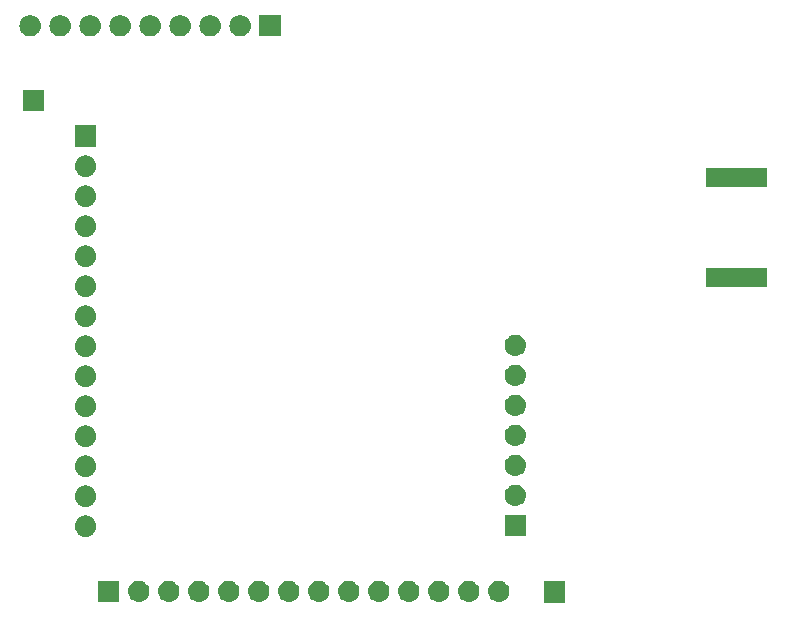
<source format=gbr>
G04 #@! TF.GenerationSoftware,KiCad,Pcbnew,(5.0.2)-1*
G04 #@! TF.CreationDate,2019-03-14T13:57:25-04:00*
G04 #@! TF.ProjectId,PCB10,50434231-302e-46b6-9963-61645f706362,rev?*
G04 #@! TF.SameCoordinates,Original*
G04 #@! TF.FileFunction,Soldermask,Bot*
G04 #@! TF.FilePolarity,Negative*
%FSLAX46Y46*%
G04 Gerber Fmt 4.6, Leading zero omitted, Abs format (unit mm)*
G04 Created by KiCad (PCBNEW (5.0.2)-1) date 3/14/2019 1:57:25 PM*
%MOMM*%
%LPD*%
G01*
G04 APERTURE LIST*
%ADD10C,0.100000*%
G04 APERTURE END LIST*
D10*
G36*
X179653500Y-130060000D02*
X177851500Y-130060000D01*
X177851500Y-128258000D01*
X179653500Y-128258000D01*
X179653500Y-130060000D01*
X179653500Y-130060000D01*
G37*
G36*
X166543942Y-128201018D02*
X166610127Y-128207537D01*
X166723353Y-128241884D01*
X166779967Y-128259057D01*
X166918587Y-128333152D01*
X166936491Y-128342722D01*
X166972229Y-128372052D01*
X167073686Y-128455314D01*
X167156948Y-128556771D01*
X167186278Y-128592509D01*
X167186279Y-128592511D01*
X167269943Y-128749033D01*
X167269943Y-128749034D01*
X167321463Y-128918873D01*
X167338859Y-129095500D01*
X167321463Y-129272127D01*
X167287116Y-129385353D01*
X167269943Y-129441967D01*
X167195848Y-129580587D01*
X167186278Y-129598491D01*
X167156948Y-129634229D01*
X167073686Y-129735686D01*
X166972229Y-129818948D01*
X166936491Y-129848278D01*
X166936489Y-129848279D01*
X166779967Y-129931943D01*
X166723353Y-129949116D01*
X166610127Y-129983463D01*
X166543943Y-129989981D01*
X166477760Y-129996500D01*
X166389240Y-129996500D01*
X166323057Y-129989981D01*
X166256873Y-129983463D01*
X166143647Y-129949116D01*
X166087033Y-129931943D01*
X165930511Y-129848279D01*
X165930509Y-129848278D01*
X165894771Y-129818948D01*
X165793314Y-129735686D01*
X165710052Y-129634229D01*
X165680722Y-129598491D01*
X165671152Y-129580587D01*
X165597057Y-129441967D01*
X165579884Y-129385353D01*
X165545537Y-129272127D01*
X165528141Y-129095500D01*
X165545537Y-128918873D01*
X165597057Y-128749034D01*
X165597057Y-128749033D01*
X165680721Y-128592511D01*
X165680722Y-128592509D01*
X165710052Y-128556771D01*
X165793314Y-128455314D01*
X165894771Y-128372052D01*
X165930509Y-128342722D01*
X165948413Y-128333152D01*
X166087033Y-128259057D01*
X166143647Y-128241884D01*
X166256873Y-128207537D01*
X166323058Y-128201018D01*
X166389240Y-128194500D01*
X166477760Y-128194500D01*
X166543942Y-128201018D01*
X166543942Y-128201018D01*
G37*
G36*
X171623942Y-128201018D02*
X171690127Y-128207537D01*
X171803353Y-128241884D01*
X171859967Y-128259057D01*
X171998587Y-128333152D01*
X172016491Y-128342722D01*
X172052229Y-128372052D01*
X172153686Y-128455314D01*
X172236948Y-128556771D01*
X172266278Y-128592509D01*
X172266279Y-128592511D01*
X172349943Y-128749033D01*
X172349943Y-128749034D01*
X172401463Y-128918873D01*
X172418859Y-129095500D01*
X172401463Y-129272127D01*
X172367116Y-129385353D01*
X172349943Y-129441967D01*
X172275848Y-129580587D01*
X172266278Y-129598491D01*
X172236948Y-129634229D01*
X172153686Y-129735686D01*
X172052229Y-129818948D01*
X172016491Y-129848278D01*
X172016489Y-129848279D01*
X171859967Y-129931943D01*
X171803353Y-129949116D01*
X171690127Y-129983463D01*
X171623943Y-129989981D01*
X171557760Y-129996500D01*
X171469240Y-129996500D01*
X171403057Y-129989981D01*
X171336873Y-129983463D01*
X171223647Y-129949116D01*
X171167033Y-129931943D01*
X171010511Y-129848279D01*
X171010509Y-129848278D01*
X170974771Y-129818948D01*
X170873314Y-129735686D01*
X170790052Y-129634229D01*
X170760722Y-129598491D01*
X170751152Y-129580587D01*
X170677057Y-129441967D01*
X170659884Y-129385353D01*
X170625537Y-129272127D01*
X170608141Y-129095500D01*
X170625537Y-128918873D01*
X170677057Y-128749034D01*
X170677057Y-128749033D01*
X170760721Y-128592511D01*
X170760722Y-128592509D01*
X170790052Y-128556771D01*
X170873314Y-128455314D01*
X170974771Y-128372052D01*
X171010509Y-128342722D01*
X171028413Y-128333152D01*
X171167033Y-128259057D01*
X171223647Y-128241884D01*
X171336873Y-128207537D01*
X171403058Y-128201018D01*
X171469240Y-128194500D01*
X171557760Y-128194500D01*
X171623942Y-128201018D01*
X171623942Y-128201018D01*
G37*
G36*
X169083942Y-128201018D02*
X169150127Y-128207537D01*
X169263353Y-128241884D01*
X169319967Y-128259057D01*
X169458587Y-128333152D01*
X169476491Y-128342722D01*
X169512229Y-128372052D01*
X169613686Y-128455314D01*
X169696948Y-128556771D01*
X169726278Y-128592509D01*
X169726279Y-128592511D01*
X169809943Y-128749033D01*
X169809943Y-128749034D01*
X169861463Y-128918873D01*
X169878859Y-129095500D01*
X169861463Y-129272127D01*
X169827116Y-129385353D01*
X169809943Y-129441967D01*
X169735848Y-129580587D01*
X169726278Y-129598491D01*
X169696948Y-129634229D01*
X169613686Y-129735686D01*
X169512229Y-129818948D01*
X169476491Y-129848278D01*
X169476489Y-129848279D01*
X169319967Y-129931943D01*
X169263353Y-129949116D01*
X169150127Y-129983463D01*
X169083943Y-129989981D01*
X169017760Y-129996500D01*
X168929240Y-129996500D01*
X168863057Y-129989981D01*
X168796873Y-129983463D01*
X168683647Y-129949116D01*
X168627033Y-129931943D01*
X168470511Y-129848279D01*
X168470509Y-129848278D01*
X168434771Y-129818948D01*
X168333314Y-129735686D01*
X168250052Y-129634229D01*
X168220722Y-129598491D01*
X168211152Y-129580587D01*
X168137057Y-129441967D01*
X168119884Y-129385353D01*
X168085537Y-129272127D01*
X168068141Y-129095500D01*
X168085537Y-128918873D01*
X168137057Y-128749034D01*
X168137057Y-128749033D01*
X168220721Y-128592511D01*
X168220722Y-128592509D01*
X168250052Y-128556771D01*
X168333314Y-128455314D01*
X168434771Y-128372052D01*
X168470509Y-128342722D01*
X168488413Y-128333152D01*
X168627033Y-128259057D01*
X168683647Y-128241884D01*
X168796873Y-128207537D01*
X168863058Y-128201018D01*
X168929240Y-128194500D01*
X169017760Y-128194500D01*
X169083942Y-128201018D01*
X169083942Y-128201018D01*
G37*
G36*
X164003942Y-128201018D02*
X164070127Y-128207537D01*
X164183353Y-128241884D01*
X164239967Y-128259057D01*
X164378587Y-128333152D01*
X164396491Y-128342722D01*
X164432229Y-128372052D01*
X164533686Y-128455314D01*
X164616948Y-128556771D01*
X164646278Y-128592509D01*
X164646279Y-128592511D01*
X164729943Y-128749033D01*
X164729943Y-128749034D01*
X164781463Y-128918873D01*
X164798859Y-129095500D01*
X164781463Y-129272127D01*
X164747116Y-129385353D01*
X164729943Y-129441967D01*
X164655848Y-129580587D01*
X164646278Y-129598491D01*
X164616948Y-129634229D01*
X164533686Y-129735686D01*
X164432229Y-129818948D01*
X164396491Y-129848278D01*
X164396489Y-129848279D01*
X164239967Y-129931943D01*
X164183353Y-129949116D01*
X164070127Y-129983463D01*
X164003943Y-129989981D01*
X163937760Y-129996500D01*
X163849240Y-129996500D01*
X163783057Y-129989981D01*
X163716873Y-129983463D01*
X163603647Y-129949116D01*
X163547033Y-129931943D01*
X163390511Y-129848279D01*
X163390509Y-129848278D01*
X163354771Y-129818948D01*
X163253314Y-129735686D01*
X163170052Y-129634229D01*
X163140722Y-129598491D01*
X163131152Y-129580587D01*
X163057057Y-129441967D01*
X163039884Y-129385353D01*
X163005537Y-129272127D01*
X162988141Y-129095500D01*
X163005537Y-128918873D01*
X163057057Y-128749034D01*
X163057057Y-128749033D01*
X163140721Y-128592511D01*
X163140722Y-128592509D01*
X163170052Y-128556771D01*
X163253314Y-128455314D01*
X163354771Y-128372052D01*
X163390509Y-128342722D01*
X163408413Y-128333152D01*
X163547033Y-128259057D01*
X163603647Y-128241884D01*
X163716873Y-128207537D01*
X163783058Y-128201018D01*
X163849240Y-128194500D01*
X163937760Y-128194500D01*
X164003942Y-128201018D01*
X164003942Y-128201018D01*
G37*
G36*
X161463942Y-128201018D02*
X161530127Y-128207537D01*
X161643353Y-128241884D01*
X161699967Y-128259057D01*
X161838587Y-128333152D01*
X161856491Y-128342722D01*
X161892229Y-128372052D01*
X161993686Y-128455314D01*
X162076948Y-128556771D01*
X162106278Y-128592509D01*
X162106279Y-128592511D01*
X162189943Y-128749033D01*
X162189943Y-128749034D01*
X162241463Y-128918873D01*
X162258859Y-129095500D01*
X162241463Y-129272127D01*
X162207116Y-129385353D01*
X162189943Y-129441967D01*
X162115848Y-129580587D01*
X162106278Y-129598491D01*
X162076948Y-129634229D01*
X161993686Y-129735686D01*
X161892229Y-129818948D01*
X161856491Y-129848278D01*
X161856489Y-129848279D01*
X161699967Y-129931943D01*
X161643353Y-129949116D01*
X161530127Y-129983463D01*
X161463943Y-129989981D01*
X161397760Y-129996500D01*
X161309240Y-129996500D01*
X161243057Y-129989981D01*
X161176873Y-129983463D01*
X161063647Y-129949116D01*
X161007033Y-129931943D01*
X160850511Y-129848279D01*
X160850509Y-129848278D01*
X160814771Y-129818948D01*
X160713314Y-129735686D01*
X160630052Y-129634229D01*
X160600722Y-129598491D01*
X160591152Y-129580587D01*
X160517057Y-129441967D01*
X160499884Y-129385353D01*
X160465537Y-129272127D01*
X160448141Y-129095500D01*
X160465537Y-128918873D01*
X160517057Y-128749034D01*
X160517057Y-128749033D01*
X160600721Y-128592511D01*
X160600722Y-128592509D01*
X160630052Y-128556771D01*
X160713314Y-128455314D01*
X160814771Y-128372052D01*
X160850509Y-128342722D01*
X160868413Y-128333152D01*
X161007033Y-128259057D01*
X161063647Y-128241884D01*
X161176873Y-128207537D01*
X161243058Y-128201018D01*
X161309240Y-128194500D01*
X161397760Y-128194500D01*
X161463942Y-128201018D01*
X161463942Y-128201018D01*
G37*
G36*
X158923942Y-128201018D02*
X158990127Y-128207537D01*
X159103353Y-128241884D01*
X159159967Y-128259057D01*
X159298587Y-128333152D01*
X159316491Y-128342722D01*
X159352229Y-128372052D01*
X159453686Y-128455314D01*
X159536948Y-128556771D01*
X159566278Y-128592509D01*
X159566279Y-128592511D01*
X159649943Y-128749033D01*
X159649943Y-128749034D01*
X159701463Y-128918873D01*
X159718859Y-129095500D01*
X159701463Y-129272127D01*
X159667116Y-129385353D01*
X159649943Y-129441967D01*
X159575848Y-129580587D01*
X159566278Y-129598491D01*
X159536948Y-129634229D01*
X159453686Y-129735686D01*
X159352229Y-129818948D01*
X159316491Y-129848278D01*
X159316489Y-129848279D01*
X159159967Y-129931943D01*
X159103353Y-129949116D01*
X158990127Y-129983463D01*
X158923943Y-129989981D01*
X158857760Y-129996500D01*
X158769240Y-129996500D01*
X158703057Y-129989981D01*
X158636873Y-129983463D01*
X158523647Y-129949116D01*
X158467033Y-129931943D01*
X158310511Y-129848279D01*
X158310509Y-129848278D01*
X158274771Y-129818948D01*
X158173314Y-129735686D01*
X158090052Y-129634229D01*
X158060722Y-129598491D01*
X158051152Y-129580587D01*
X157977057Y-129441967D01*
X157959884Y-129385353D01*
X157925537Y-129272127D01*
X157908141Y-129095500D01*
X157925537Y-128918873D01*
X157977057Y-128749034D01*
X157977057Y-128749033D01*
X158060721Y-128592511D01*
X158060722Y-128592509D01*
X158090052Y-128556771D01*
X158173314Y-128455314D01*
X158274771Y-128372052D01*
X158310509Y-128342722D01*
X158328413Y-128333152D01*
X158467033Y-128259057D01*
X158523647Y-128241884D01*
X158636873Y-128207537D01*
X158703058Y-128201018D01*
X158769240Y-128194500D01*
X158857760Y-128194500D01*
X158923942Y-128201018D01*
X158923942Y-128201018D01*
G37*
G36*
X156383942Y-128201018D02*
X156450127Y-128207537D01*
X156563353Y-128241884D01*
X156619967Y-128259057D01*
X156758587Y-128333152D01*
X156776491Y-128342722D01*
X156812229Y-128372052D01*
X156913686Y-128455314D01*
X156996948Y-128556771D01*
X157026278Y-128592509D01*
X157026279Y-128592511D01*
X157109943Y-128749033D01*
X157109943Y-128749034D01*
X157161463Y-128918873D01*
X157178859Y-129095500D01*
X157161463Y-129272127D01*
X157127116Y-129385353D01*
X157109943Y-129441967D01*
X157035848Y-129580587D01*
X157026278Y-129598491D01*
X156996948Y-129634229D01*
X156913686Y-129735686D01*
X156812229Y-129818948D01*
X156776491Y-129848278D01*
X156776489Y-129848279D01*
X156619967Y-129931943D01*
X156563353Y-129949116D01*
X156450127Y-129983463D01*
X156383943Y-129989981D01*
X156317760Y-129996500D01*
X156229240Y-129996500D01*
X156163057Y-129989981D01*
X156096873Y-129983463D01*
X155983647Y-129949116D01*
X155927033Y-129931943D01*
X155770511Y-129848279D01*
X155770509Y-129848278D01*
X155734771Y-129818948D01*
X155633314Y-129735686D01*
X155550052Y-129634229D01*
X155520722Y-129598491D01*
X155511152Y-129580587D01*
X155437057Y-129441967D01*
X155419884Y-129385353D01*
X155385537Y-129272127D01*
X155368141Y-129095500D01*
X155385537Y-128918873D01*
X155437057Y-128749034D01*
X155437057Y-128749033D01*
X155520721Y-128592511D01*
X155520722Y-128592509D01*
X155550052Y-128556771D01*
X155633314Y-128455314D01*
X155734771Y-128372052D01*
X155770509Y-128342722D01*
X155788413Y-128333152D01*
X155927033Y-128259057D01*
X155983647Y-128241884D01*
X156096873Y-128207537D01*
X156163058Y-128201018D01*
X156229240Y-128194500D01*
X156317760Y-128194500D01*
X156383942Y-128201018D01*
X156383942Y-128201018D01*
G37*
G36*
X151303942Y-128201018D02*
X151370127Y-128207537D01*
X151483353Y-128241884D01*
X151539967Y-128259057D01*
X151678587Y-128333152D01*
X151696491Y-128342722D01*
X151732229Y-128372052D01*
X151833686Y-128455314D01*
X151916948Y-128556771D01*
X151946278Y-128592509D01*
X151946279Y-128592511D01*
X152029943Y-128749033D01*
X152029943Y-128749034D01*
X152081463Y-128918873D01*
X152098859Y-129095500D01*
X152081463Y-129272127D01*
X152047116Y-129385353D01*
X152029943Y-129441967D01*
X151955848Y-129580587D01*
X151946278Y-129598491D01*
X151916948Y-129634229D01*
X151833686Y-129735686D01*
X151732229Y-129818948D01*
X151696491Y-129848278D01*
X151696489Y-129848279D01*
X151539967Y-129931943D01*
X151483353Y-129949116D01*
X151370127Y-129983463D01*
X151303943Y-129989981D01*
X151237760Y-129996500D01*
X151149240Y-129996500D01*
X151083057Y-129989981D01*
X151016873Y-129983463D01*
X150903647Y-129949116D01*
X150847033Y-129931943D01*
X150690511Y-129848279D01*
X150690509Y-129848278D01*
X150654771Y-129818948D01*
X150553314Y-129735686D01*
X150470052Y-129634229D01*
X150440722Y-129598491D01*
X150431152Y-129580587D01*
X150357057Y-129441967D01*
X150339884Y-129385353D01*
X150305537Y-129272127D01*
X150288141Y-129095500D01*
X150305537Y-128918873D01*
X150357057Y-128749034D01*
X150357057Y-128749033D01*
X150440721Y-128592511D01*
X150440722Y-128592509D01*
X150470052Y-128556771D01*
X150553314Y-128455314D01*
X150654771Y-128372052D01*
X150690509Y-128342722D01*
X150708413Y-128333152D01*
X150847033Y-128259057D01*
X150903647Y-128241884D01*
X151016873Y-128207537D01*
X151083058Y-128201018D01*
X151149240Y-128194500D01*
X151237760Y-128194500D01*
X151303942Y-128201018D01*
X151303942Y-128201018D01*
G37*
G36*
X174163942Y-128201018D02*
X174230127Y-128207537D01*
X174343353Y-128241884D01*
X174399967Y-128259057D01*
X174538587Y-128333152D01*
X174556491Y-128342722D01*
X174592229Y-128372052D01*
X174693686Y-128455314D01*
X174776948Y-128556771D01*
X174806278Y-128592509D01*
X174806279Y-128592511D01*
X174889943Y-128749033D01*
X174889943Y-128749034D01*
X174941463Y-128918873D01*
X174958859Y-129095500D01*
X174941463Y-129272127D01*
X174907116Y-129385353D01*
X174889943Y-129441967D01*
X174815848Y-129580587D01*
X174806278Y-129598491D01*
X174776948Y-129634229D01*
X174693686Y-129735686D01*
X174592229Y-129818948D01*
X174556491Y-129848278D01*
X174556489Y-129848279D01*
X174399967Y-129931943D01*
X174343353Y-129949116D01*
X174230127Y-129983463D01*
X174163943Y-129989981D01*
X174097760Y-129996500D01*
X174009240Y-129996500D01*
X173943057Y-129989981D01*
X173876873Y-129983463D01*
X173763647Y-129949116D01*
X173707033Y-129931943D01*
X173550511Y-129848279D01*
X173550509Y-129848278D01*
X173514771Y-129818948D01*
X173413314Y-129735686D01*
X173330052Y-129634229D01*
X173300722Y-129598491D01*
X173291152Y-129580587D01*
X173217057Y-129441967D01*
X173199884Y-129385353D01*
X173165537Y-129272127D01*
X173148141Y-129095500D01*
X173165537Y-128918873D01*
X173217057Y-128749034D01*
X173217057Y-128749033D01*
X173300721Y-128592511D01*
X173300722Y-128592509D01*
X173330052Y-128556771D01*
X173413314Y-128455314D01*
X173514771Y-128372052D01*
X173550509Y-128342722D01*
X173568413Y-128333152D01*
X173707033Y-128259057D01*
X173763647Y-128241884D01*
X173876873Y-128207537D01*
X173943058Y-128201018D01*
X174009240Y-128194500D01*
X174097760Y-128194500D01*
X174163942Y-128201018D01*
X174163942Y-128201018D01*
G37*
G36*
X141934500Y-129996500D02*
X140132500Y-129996500D01*
X140132500Y-128194500D01*
X141934500Y-128194500D01*
X141934500Y-129996500D01*
X141934500Y-129996500D01*
G37*
G36*
X143683942Y-128201018D02*
X143750127Y-128207537D01*
X143863353Y-128241884D01*
X143919967Y-128259057D01*
X144058587Y-128333152D01*
X144076491Y-128342722D01*
X144112229Y-128372052D01*
X144213686Y-128455314D01*
X144296948Y-128556771D01*
X144326278Y-128592509D01*
X144326279Y-128592511D01*
X144409943Y-128749033D01*
X144409943Y-128749034D01*
X144461463Y-128918873D01*
X144478859Y-129095500D01*
X144461463Y-129272127D01*
X144427116Y-129385353D01*
X144409943Y-129441967D01*
X144335848Y-129580587D01*
X144326278Y-129598491D01*
X144296948Y-129634229D01*
X144213686Y-129735686D01*
X144112229Y-129818948D01*
X144076491Y-129848278D01*
X144076489Y-129848279D01*
X143919967Y-129931943D01*
X143863353Y-129949116D01*
X143750127Y-129983463D01*
X143683943Y-129989981D01*
X143617760Y-129996500D01*
X143529240Y-129996500D01*
X143463057Y-129989981D01*
X143396873Y-129983463D01*
X143283647Y-129949116D01*
X143227033Y-129931943D01*
X143070511Y-129848279D01*
X143070509Y-129848278D01*
X143034771Y-129818948D01*
X142933314Y-129735686D01*
X142850052Y-129634229D01*
X142820722Y-129598491D01*
X142811152Y-129580587D01*
X142737057Y-129441967D01*
X142719884Y-129385353D01*
X142685537Y-129272127D01*
X142668141Y-129095500D01*
X142685537Y-128918873D01*
X142737057Y-128749034D01*
X142737057Y-128749033D01*
X142820721Y-128592511D01*
X142820722Y-128592509D01*
X142850052Y-128556771D01*
X142933314Y-128455314D01*
X143034771Y-128372052D01*
X143070509Y-128342722D01*
X143088413Y-128333152D01*
X143227033Y-128259057D01*
X143283647Y-128241884D01*
X143396873Y-128207537D01*
X143463058Y-128201018D01*
X143529240Y-128194500D01*
X143617760Y-128194500D01*
X143683942Y-128201018D01*
X143683942Y-128201018D01*
G37*
G36*
X146223942Y-128201018D02*
X146290127Y-128207537D01*
X146403353Y-128241884D01*
X146459967Y-128259057D01*
X146598587Y-128333152D01*
X146616491Y-128342722D01*
X146652229Y-128372052D01*
X146753686Y-128455314D01*
X146836948Y-128556771D01*
X146866278Y-128592509D01*
X146866279Y-128592511D01*
X146949943Y-128749033D01*
X146949943Y-128749034D01*
X147001463Y-128918873D01*
X147018859Y-129095500D01*
X147001463Y-129272127D01*
X146967116Y-129385353D01*
X146949943Y-129441967D01*
X146875848Y-129580587D01*
X146866278Y-129598491D01*
X146836948Y-129634229D01*
X146753686Y-129735686D01*
X146652229Y-129818948D01*
X146616491Y-129848278D01*
X146616489Y-129848279D01*
X146459967Y-129931943D01*
X146403353Y-129949116D01*
X146290127Y-129983463D01*
X146223943Y-129989981D01*
X146157760Y-129996500D01*
X146069240Y-129996500D01*
X146003057Y-129989981D01*
X145936873Y-129983463D01*
X145823647Y-129949116D01*
X145767033Y-129931943D01*
X145610511Y-129848279D01*
X145610509Y-129848278D01*
X145574771Y-129818948D01*
X145473314Y-129735686D01*
X145390052Y-129634229D01*
X145360722Y-129598491D01*
X145351152Y-129580587D01*
X145277057Y-129441967D01*
X145259884Y-129385353D01*
X145225537Y-129272127D01*
X145208141Y-129095500D01*
X145225537Y-128918873D01*
X145277057Y-128749034D01*
X145277057Y-128749033D01*
X145360721Y-128592511D01*
X145360722Y-128592509D01*
X145390052Y-128556771D01*
X145473314Y-128455314D01*
X145574771Y-128372052D01*
X145610509Y-128342722D01*
X145628413Y-128333152D01*
X145767033Y-128259057D01*
X145823647Y-128241884D01*
X145936873Y-128207537D01*
X146003058Y-128201018D01*
X146069240Y-128194500D01*
X146157760Y-128194500D01*
X146223942Y-128201018D01*
X146223942Y-128201018D01*
G37*
G36*
X148763942Y-128201018D02*
X148830127Y-128207537D01*
X148943353Y-128241884D01*
X148999967Y-128259057D01*
X149138587Y-128333152D01*
X149156491Y-128342722D01*
X149192229Y-128372052D01*
X149293686Y-128455314D01*
X149376948Y-128556771D01*
X149406278Y-128592509D01*
X149406279Y-128592511D01*
X149489943Y-128749033D01*
X149489943Y-128749034D01*
X149541463Y-128918873D01*
X149558859Y-129095500D01*
X149541463Y-129272127D01*
X149507116Y-129385353D01*
X149489943Y-129441967D01*
X149415848Y-129580587D01*
X149406278Y-129598491D01*
X149376948Y-129634229D01*
X149293686Y-129735686D01*
X149192229Y-129818948D01*
X149156491Y-129848278D01*
X149156489Y-129848279D01*
X148999967Y-129931943D01*
X148943353Y-129949116D01*
X148830127Y-129983463D01*
X148763943Y-129989981D01*
X148697760Y-129996500D01*
X148609240Y-129996500D01*
X148543057Y-129989981D01*
X148476873Y-129983463D01*
X148363647Y-129949116D01*
X148307033Y-129931943D01*
X148150511Y-129848279D01*
X148150509Y-129848278D01*
X148114771Y-129818948D01*
X148013314Y-129735686D01*
X147930052Y-129634229D01*
X147900722Y-129598491D01*
X147891152Y-129580587D01*
X147817057Y-129441967D01*
X147799884Y-129385353D01*
X147765537Y-129272127D01*
X147748141Y-129095500D01*
X147765537Y-128918873D01*
X147817057Y-128749034D01*
X147817057Y-128749033D01*
X147900721Y-128592511D01*
X147900722Y-128592509D01*
X147930052Y-128556771D01*
X148013314Y-128455314D01*
X148114771Y-128372052D01*
X148150509Y-128342722D01*
X148168413Y-128333152D01*
X148307033Y-128259057D01*
X148363647Y-128241884D01*
X148476873Y-128207537D01*
X148543058Y-128201018D01*
X148609240Y-128194500D01*
X148697760Y-128194500D01*
X148763942Y-128201018D01*
X148763942Y-128201018D01*
G37*
G36*
X153843942Y-128201018D02*
X153910127Y-128207537D01*
X154023353Y-128241884D01*
X154079967Y-128259057D01*
X154218587Y-128333152D01*
X154236491Y-128342722D01*
X154272229Y-128372052D01*
X154373686Y-128455314D01*
X154456948Y-128556771D01*
X154486278Y-128592509D01*
X154486279Y-128592511D01*
X154569943Y-128749033D01*
X154569943Y-128749034D01*
X154621463Y-128918873D01*
X154638859Y-129095500D01*
X154621463Y-129272127D01*
X154587116Y-129385353D01*
X154569943Y-129441967D01*
X154495848Y-129580587D01*
X154486278Y-129598491D01*
X154456948Y-129634229D01*
X154373686Y-129735686D01*
X154272229Y-129818948D01*
X154236491Y-129848278D01*
X154236489Y-129848279D01*
X154079967Y-129931943D01*
X154023353Y-129949116D01*
X153910127Y-129983463D01*
X153843943Y-129989981D01*
X153777760Y-129996500D01*
X153689240Y-129996500D01*
X153623057Y-129989981D01*
X153556873Y-129983463D01*
X153443647Y-129949116D01*
X153387033Y-129931943D01*
X153230511Y-129848279D01*
X153230509Y-129848278D01*
X153194771Y-129818948D01*
X153093314Y-129735686D01*
X153010052Y-129634229D01*
X152980722Y-129598491D01*
X152971152Y-129580587D01*
X152897057Y-129441967D01*
X152879884Y-129385353D01*
X152845537Y-129272127D01*
X152828141Y-129095500D01*
X152845537Y-128918873D01*
X152897057Y-128749034D01*
X152897057Y-128749033D01*
X152980721Y-128592511D01*
X152980722Y-128592509D01*
X153010052Y-128556771D01*
X153093314Y-128455314D01*
X153194771Y-128372052D01*
X153230509Y-128342722D01*
X153248413Y-128333152D01*
X153387033Y-128259057D01*
X153443647Y-128241884D01*
X153556873Y-128207537D01*
X153623058Y-128201018D01*
X153689240Y-128194500D01*
X153777760Y-128194500D01*
X153843942Y-128201018D01*
X153843942Y-128201018D01*
G37*
G36*
X139175443Y-122676519D02*
X139241627Y-122683037D01*
X139354853Y-122717384D01*
X139411467Y-122734557D01*
X139550087Y-122808652D01*
X139567991Y-122818222D01*
X139603729Y-122847552D01*
X139705186Y-122930814D01*
X139788448Y-123032271D01*
X139817778Y-123068009D01*
X139817779Y-123068011D01*
X139901443Y-123224533D01*
X139901443Y-123224534D01*
X139952963Y-123394373D01*
X139970359Y-123571000D01*
X139952963Y-123747627D01*
X139918616Y-123860853D01*
X139901443Y-123917467D01*
X139827348Y-124056087D01*
X139817778Y-124073991D01*
X139788448Y-124109729D01*
X139705186Y-124211186D01*
X139603729Y-124294448D01*
X139567991Y-124323778D01*
X139567989Y-124323779D01*
X139411467Y-124407443D01*
X139407982Y-124408500D01*
X139241627Y-124458963D01*
X139175442Y-124465482D01*
X139109260Y-124472000D01*
X139020740Y-124472000D01*
X138954558Y-124465482D01*
X138888373Y-124458963D01*
X138722018Y-124408500D01*
X138718533Y-124407443D01*
X138562011Y-124323779D01*
X138562009Y-124323778D01*
X138526271Y-124294448D01*
X138424814Y-124211186D01*
X138341552Y-124109729D01*
X138312222Y-124073991D01*
X138302652Y-124056087D01*
X138228557Y-123917467D01*
X138211384Y-123860853D01*
X138177037Y-123747627D01*
X138159641Y-123571000D01*
X138177037Y-123394373D01*
X138228557Y-123224534D01*
X138228557Y-123224533D01*
X138312221Y-123068011D01*
X138312222Y-123068009D01*
X138341552Y-123032271D01*
X138424814Y-122930814D01*
X138526271Y-122847552D01*
X138562009Y-122818222D01*
X138579913Y-122808652D01*
X138718533Y-122734557D01*
X138775147Y-122717384D01*
X138888373Y-122683037D01*
X138954557Y-122676519D01*
X139020740Y-122670000D01*
X139109260Y-122670000D01*
X139175443Y-122676519D01*
X139175443Y-122676519D01*
G37*
G36*
X176351500Y-124408500D02*
X174549500Y-124408500D01*
X174549500Y-122606500D01*
X176351500Y-122606500D01*
X176351500Y-124408500D01*
X176351500Y-124408500D01*
G37*
G36*
X139175442Y-120136518D02*
X139241627Y-120143037D01*
X139354853Y-120177384D01*
X139411467Y-120194557D01*
X139449192Y-120214722D01*
X139567991Y-120278222D01*
X139603729Y-120307552D01*
X139705186Y-120390814D01*
X139788448Y-120492271D01*
X139817778Y-120528009D01*
X139817779Y-120528011D01*
X139901443Y-120684533D01*
X139901443Y-120684534D01*
X139952963Y-120854373D01*
X139970359Y-121031000D01*
X139952963Y-121207627D01*
X139920705Y-121313966D01*
X139901443Y-121377467D01*
X139851721Y-121470489D01*
X139817778Y-121533991D01*
X139788448Y-121569729D01*
X139705186Y-121671186D01*
X139603729Y-121754448D01*
X139567991Y-121783778D01*
X139567989Y-121783779D01*
X139411467Y-121867443D01*
X139407982Y-121868500D01*
X139241627Y-121918963D01*
X139175442Y-121925482D01*
X139109260Y-121932000D01*
X139020740Y-121932000D01*
X138954558Y-121925482D01*
X138888373Y-121918963D01*
X138722018Y-121868500D01*
X138718533Y-121867443D01*
X138562011Y-121783779D01*
X138562009Y-121783778D01*
X138526271Y-121754448D01*
X138424814Y-121671186D01*
X138341552Y-121569729D01*
X138312222Y-121533991D01*
X138278279Y-121470489D01*
X138228557Y-121377467D01*
X138209295Y-121313966D01*
X138177037Y-121207627D01*
X138159641Y-121031000D01*
X138177037Y-120854373D01*
X138228557Y-120684534D01*
X138228557Y-120684533D01*
X138312221Y-120528011D01*
X138312222Y-120528009D01*
X138341552Y-120492271D01*
X138424814Y-120390814D01*
X138526271Y-120307552D01*
X138562009Y-120278222D01*
X138680808Y-120214722D01*
X138718533Y-120194557D01*
X138775147Y-120177384D01*
X138888373Y-120143037D01*
X138954558Y-120136518D01*
X139020740Y-120130000D01*
X139109260Y-120130000D01*
X139175442Y-120136518D01*
X139175442Y-120136518D01*
G37*
G36*
X175560943Y-120073019D02*
X175627127Y-120079537D01*
X175740353Y-120113884D01*
X175796967Y-120131057D01*
X175915765Y-120194557D01*
X175953491Y-120214722D01*
X175989229Y-120244052D01*
X176090686Y-120327314D01*
X176173948Y-120428771D01*
X176203278Y-120464509D01*
X176203279Y-120464511D01*
X176286943Y-120621033D01*
X176286943Y-120621034D01*
X176338463Y-120790873D01*
X176355859Y-120967500D01*
X176338463Y-121144127D01*
X176304116Y-121257353D01*
X176286943Y-121313967D01*
X176253001Y-121377467D01*
X176203278Y-121470491D01*
X176173948Y-121506229D01*
X176090686Y-121607686D01*
X175989229Y-121690948D01*
X175953491Y-121720278D01*
X175953489Y-121720279D01*
X175796967Y-121803943D01*
X175740353Y-121821116D01*
X175627127Y-121855463D01*
X175560943Y-121861981D01*
X175494760Y-121868500D01*
X175406240Y-121868500D01*
X175340057Y-121861981D01*
X175273873Y-121855463D01*
X175160647Y-121821116D01*
X175104033Y-121803943D01*
X174947511Y-121720279D01*
X174947509Y-121720278D01*
X174911771Y-121690948D01*
X174810314Y-121607686D01*
X174727052Y-121506229D01*
X174697722Y-121470491D01*
X174647999Y-121377467D01*
X174614057Y-121313967D01*
X174596884Y-121257353D01*
X174562537Y-121144127D01*
X174545141Y-120967500D01*
X174562537Y-120790873D01*
X174614057Y-120621034D01*
X174614057Y-120621033D01*
X174697721Y-120464511D01*
X174697722Y-120464509D01*
X174727052Y-120428771D01*
X174810314Y-120327314D01*
X174911771Y-120244052D01*
X174947509Y-120214722D01*
X174985235Y-120194557D01*
X175104033Y-120131057D01*
X175160647Y-120113884D01*
X175273873Y-120079537D01*
X175340057Y-120073019D01*
X175406240Y-120066500D01*
X175494760Y-120066500D01*
X175560943Y-120073019D01*
X175560943Y-120073019D01*
G37*
G36*
X139175442Y-117596518D02*
X139241627Y-117603037D01*
X139354853Y-117637384D01*
X139411467Y-117654557D01*
X139449192Y-117674722D01*
X139567991Y-117738222D01*
X139603729Y-117767552D01*
X139705186Y-117850814D01*
X139788448Y-117952271D01*
X139817778Y-117988009D01*
X139817779Y-117988011D01*
X139901443Y-118144533D01*
X139901443Y-118144534D01*
X139952963Y-118314373D01*
X139970359Y-118491000D01*
X139952963Y-118667627D01*
X139920705Y-118773966D01*
X139901443Y-118837467D01*
X139851721Y-118930489D01*
X139817778Y-118993991D01*
X139788448Y-119029729D01*
X139705186Y-119131186D01*
X139603729Y-119214448D01*
X139567991Y-119243778D01*
X139567989Y-119243779D01*
X139411467Y-119327443D01*
X139407982Y-119328500D01*
X139241627Y-119378963D01*
X139175443Y-119385481D01*
X139109260Y-119392000D01*
X139020740Y-119392000D01*
X138954557Y-119385481D01*
X138888373Y-119378963D01*
X138722018Y-119328500D01*
X138718533Y-119327443D01*
X138562011Y-119243779D01*
X138562009Y-119243778D01*
X138526271Y-119214448D01*
X138424814Y-119131186D01*
X138341552Y-119029729D01*
X138312222Y-118993991D01*
X138278279Y-118930489D01*
X138228557Y-118837467D01*
X138209295Y-118773966D01*
X138177037Y-118667627D01*
X138159641Y-118491000D01*
X138177037Y-118314373D01*
X138228557Y-118144534D01*
X138228557Y-118144533D01*
X138312221Y-117988011D01*
X138312222Y-117988009D01*
X138341552Y-117952271D01*
X138424814Y-117850814D01*
X138526271Y-117767552D01*
X138562009Y-117738222D01*
X138680808Y-117674722D01*
X138718533Y-117654557D01*
X138775147Y-117637384D01*
X138888373Y-117603037D01*
X138954558Y-117596518D01*
X139020740Y-117590000D01*
X139109260Y-117590000D01*
X139175442Y-117596518D01*
X139175442Y-117596518D01*
G37*
G36*
X175560943Y-117533019D02*
X175627127Y-117539537D01*
X175740353Y-117573884D01*
X175796967Y-117591057D01*
X175915765Y-117654557D01*
X175953491Y-117674722D01*
X175989229Y-117704052D01*
X176090686Y-117787314D01*
X176173948Y-117888771D01*
X176203278Y-117924509D01*
X176203279Y-117924511D01*
X176286943Y-118081033D01*
X176286943Y-118081034D01*
X176338463Y-118250873D01*
X176355859Y-118427500D01*
X176338463Y-118604127D01*
X176304116Y-118717353D01*
X176286943Y-118773967D01*
X176253001Y-118837467D01*
X176203278Y-118930491D01*
X176173948Y-118966229D01*
X176090686Y-119067686D01*
X175989229Y-119150948D01*
X175953491Y-119180278D01*
X175953489Y-119180279D01*
X175796967Y-119263943D01*
X175740353Y-119281116D01*
X175627127Y-119315463D01*
X175560942Y-119321982D01*
X175494760Y-119328500D01*
X175406240Y-119328500D01*
X175340058Y-119321982D01*
X175273873Y-119315463D01*
X175160647Y-119281116D01*
X175104033Y-119263943D01*
X174947511Y-119180279D01*
X174947509Y-119180278D01*
X174911771Y-119150948D01*
X174810314Y-119067686D01*
X174727052Y-118966229D01*
X174697722Y-118930491D01*
X174647999Y-118837467D01*
X174614057Y-118773967D01*
X174596884Y-118717353D01*
X174562537Y-118604127D01*
X174545141Y-118427500D01*
X174562537Y-118250873D01*
X174614057Y-118081034D01*
X174614057Y-118081033D01*
X174697721Y-117924511D01*
X174697722Y-117924509D01*
X174727052Y-117888771D01*
X174810314Y-117787314D01*
X174911771Y-117704052D01*
X174947509Y-117674722D01*
X174985235Y-117654557D01*
X175104033Y-117591057D01*
X175160647Y-117573884D01*
X175273873Y-117539537D01*
X175340057Y-117533019D01*
X175406240Y-117526500D01*
X175494760Y-117526500D01*
X175560943Y-117533019D01*
X175560943Y-117533019D01*
G37*
G36*
X139175442Y-115056518D02*
X139241627Y-115063037D01*
X139354853Y-115097384D01*
X139411467Y-115114557D01*
X139449192Y-115134722D01*
X139567991Y-115198222D01*
X139603729Y-115227552D01*
X139705186Y-115310814D01*
X139788448Y-115412271D01*
X139817778Y-115448009D01*
X139817779Y-115448011D01*
X139901443Y-115604533D01*
X139901443Y-115604534D01*
X139952963Y-115774373D01*
X139970359Y-115951000D01*
X139952963Y-116127627D01*
X139920705Y-116233966D01*
X139901443Y-116297467D01*
X139851721Y-116390489D01*
X139817778Y-116453991D01*
X139788448Y-116489729D01*
X139705186Y-116591186D01*
X139603729Y-116674448D01*
X139567991Y-116703778D01*
X139567989Y-116703779D01*
X139411467Y-116787443D01*
X139407982Y-116788500D01*
X139241627Y-116838963D01*
X139175442Y-116845482D01*
X139109260Y-116852000D01*
X139020740Y-116852000D01*
X138954558Y-116845482D01*
X138888373Y-116838963D01*
X138722018Y-116788500D01*
X138718533Y-116787443D01*
X138562011Y-116703779D01*
X138562009Y-116703778D01*
X138526271Y-116674448D01*
X138424814Y-116591186D01*
X138341552Y-116489729D01*
X138312222Y-116453991D01*
X138278279Y-116390489D01*
X138228557Y-116297467D01*
X138209295Y-116233966D01*
X138177037Y-116127627D01*
X138159641Y-115951000D01*
X138177037Y-115774373D01*
X138228557Y-115604534D01*
X138228557Y-115604533D01*
X138312221Y-115448011D01*
X138312222Y-115448009D01*
X138341552Y-115412271D01*
X138424814Y-115310814D01*
X138526271Y-115227552D01*
X138562009Y-115198222D01*
X138680808Y-115134722D01*
X138718533Y-115114557D01*
X138775147Y-115097384D01*
X138888373Y-115063037D01*
X138954558Y-115056518D01*
X139020740Y-115050000D01*
X139109260Y-115050000D01*
X139175442Y-115056518D01*
X139175442Y-115056518D01*
G37*
G36*
X175560942Y-114993018D02*
X175627127Y-114999537D01*
X175740353Y-115033884D01*
X175796967Y-115051057D01*
X175915765Y-115114557D01*
X175953491Y-115134722D01*
X175989229Y-115164052D01*
X176090686Y-115247314D01*
X176173948Y-115348771D01*
X176203278Y-115384509D01*
X176203279Y-115384511D01*
X176286943Y-115541033D01*
X176286943Y-115541034D01*
X176338463Y-115710873D01*
X176355859Y-115887500D01*
X176338463Y-116064127D01*
X176304116Y-116177353D01*
X176286943Y-116233967D01*
X176253001Y-116297467D01*
X176203278Y-116390491D01*
X176173948Y-116426229D01*
X176090686Y-116527686D01*
X175989229Y-116610948D01*
X175953491Y-116640278D01*
X175953489Y-116640279D01*
X175796967Y-116723943D01*
X175740353Y-116741116D01*
X175627127Y-116775463D01*
X175560943Y-116781981D01*
X175494760Y-116788500D01*
X175406240Y-116788500D01*
X175340057Y-116781981D01*
X175273873Y-116775463D01*
X175160647Y-116741116D01*
X175104033Y-116723943D01*
X174947511Y-116640279D01*
X174947509Y-116640278D01*
X174911771Y-116610948D01*
X174810314Y-116527686D01*
X174727052Y-116426229D01*
X174697722Y-116390491D01*
X174647999Y-116297467D01*
X174614057Y-116233967D01*
X174596884Y-116177353D01*
X174562537Y-116064127D01*
X174545141Y-115887500D01*
X174562537Y-115710873D01*
X174614057Y-115541034D01*
X174614057Y-115541033D01*
X174697721Y-115384511D01*
X174697722Y-115384509D01*
X174727052Y-115348771D01*
X174810314Y-115247314D01*
X174911771Y-115164052D01*
X174947509Y-115134722D01*
X174985235Y-115114557D01*
X175104033Y-115051057D01*
X175160647Y-115033884D01*
X175273873Y-114999537D01*
X175340058Y-114993018D01*
X175406240Y-114986500D01*
X175494760Y-114986500D01*
X175560942Y-114993018D01*
X175560942Y-114993018D01*
G37*
G36*
X139175443Y-112516519D02*
X139241627Y-112523037D01*
X139354853Y-112557384D01*
X139411467Y-112574557D01*
X139449192Y-112594722D01*
X139567991Y-112658222D01*
X139603729Y-112687552D01*
X139705186Y-112770814D01*
X139788448Y-112872271D01*
X139817778Y-112908009D01*
X139817779Y-112908011D01*
X139901443Y-113064533D01*
X139901443Y-113064534D01*
X139952963Y-113234373D01*
X139970359Y-113411000D01*
X139952963Y-113587627D01*
X139920705Y-113693966D01*
X139901443Y-113757467D01*
X139851721Y-113850489D01*
X139817778Y-113913991D01*
X139788448Y-113949729D01*
X139705186Y-114051186D01*
X139603729Y-114134448D01*
X139567991Y-114163778D01*
X139567989Y-114163779D01*
X139411467Y-114247443D01*
X139407982Y-114248500D01*
X139241627Y-114298963D01*
X139175442Y-114305482D01*
X139109260Y-114312000D01*
X139020740Y-114312000D01*
X138954558Y-114305482D01*
X138888373Y-114298963D01*
X138722018Y-114248500D01*
X138718533Y-114247443D01*
X138562011Y-114163779D01*
X138562009Y-114163778D01*
X138526271Y-114134448D01*
X138424814Y-114051186D01*
X138341552Y-113949729D01*
X138312222Y-113913991D01*
X138278279Y-113850489D01*
X138228557Y-113757467D01*
X138209295Y-113693966D01*
X138177037Y-113587627D01*
X138159641Y-113411000D01*
X138177037Y-113234373D01*
X138228557Y-113064534D01*
X138228557Y-113064533D01*
X138312221Y-112908011D01*
X138312222Y-112908009D01*
X138341552Y-112872271D01*
X138424814Y-112770814D01*
X138526271Y-112687552D01*
X138562009Y-112658222D01*
X138680808Y-112594722D01*
X138718533Y-112574557D01*
X138775147Y-112557384D01*
X138888373Y-112523037D01*
X138954557Y-112516519D01*
X139020740Y-112510000D01*
X139109260Y-112510000D01*
X139175443Y-112516519D01*
X139175443Y-112516519D01*
G37*
G36*
X175560942Y-112453018D02*
X175627127Y-112459537D01*
X175740353Y-112493884D01*
X175796967Y-112511057D01*
X175915765Y-112574557D01*
X175953491Y-112594722D01*
X175989229Y-112624052D01*
X176090686Y-112707314D01*
X176173948Y-112808771D01*
X176203278Y-112844509D01*
X176203279Y-112844511D01*
X176286943Y-113001033D01*
X176286943Y-113001034D01*
X176338463Y-113170873D01*
X176355859Y-113347500D01*
X176338463Y-113524127D01*
X176304116Y-113637353D01*
X176286943Y-113693967D01*
X176253001Y-113757467D01*
X176203278Y-113850491D01*
X176173948Y-113886229D01*
X176090686Y-113987686D01*
X175989229Y-114070948D01*
X175953491Y-114100278D01*
X175953489Y-114100279D01*
X175796967Y-114183943D01*
X175740353Y-114201116D01*
X175627127Y-114235463D01*
X175560943Y-114241981D01*
X175494760Y-114248500D01*
X175406240Y-114248500D01*
X175340057Y-114241981D01*
X175273873Y-114235463D01*
X175160647Y-114201116D01*
X175104033Y-114183943D01*
X174947511Y-114100279D01*
X174947509Y-114100278D01*
X174911771Y-114070948D01*
X174810314Y-113987686D01*
X174727052Y-113886229D01*
X174697722Y-113850491D01*
X174647999Y-113757467D01*
X174614057Y-113693967D01*
X174596884Y-113637353D01*
X174562537Y-113524127D01*
X174545141Y-113347500D01*
X174562537Y-113170873D01*
X174614057Y-113001034D01*
X174614057Y-113001033D01*
X174697721Y-112844511D01*
X174697722Y-112844509D01*
X174727052Y-112808771D01*
X174810314Y-112707314D01*
X174911771Y-112624052D01*
X174947509Y-112594722D01*
X174985235Y-112574557D01*
X175104033Y-112511057D01*
X175160647Y-112493884D01*
X175273873Y-112459537D01*
X175340058Y-112453018D01*
X175406240Y-112446500D01*
X175494760Y-112446500D01*
X175560942Y-112453018D01*
X175560942Y-112453018D01*
G37*
G36*
X139175443Y-109976519D02*
X139241627Y-109983037D01*
X139354853Y-110017384D01*
X139411467Y-110034557D01*
X139449192Y-110054722D01*
X139567991Y-110118222D01*
X139603729Y-110147552D01*
X139705186Y-110230814D01*
X139788448Y-110332271D01*
X139817778Y-110368009D01*
X139817779Y-110368011D01*
X139901443Y-110524533D01*
X139901443Y-110524534D01*
X139952963Y-110694373D01*
X139970359Y-110871000D01*
X139952963Y-111047627D01*
X139920705Y-111153966D01*
X139901443Y-111217467D01*
X139851721Y-111310489D01*
X139817778Y-111373991D01*
X139788448Y-111409729D01*
X139705186Y-111511186D01*
X139603729Y-111594448D01*
X139567991Y-111623778D01*
X139567989Y-111623779D01*
X139411467Y-111707443D01*
X139407982Y-111708500D01*
X139241627Y-111758963D01*
X139175442Y-111765482D01*
X139109260Y-111772000D01*
X139020740Y-111772000D01*
X138954558Y-111765482D01*
X138888373Y-111758963D01*
X138722018Y-111708500D01*
X138718533Y-111707443D01*
X138562011Y-111623779D01*
X138562009Y-111623778D01*
X138526271Y-111594448D01*
X138424814Y-111511186D01*
X138341552Y-111409729D01*
X138312222Y-111373991D01*
X138278279Y-111310489D01*
X138228557Y-111217467D01*
X138209295Y-111153966D01*
X138177037Y-111047627D01*
X138159641Y-110871000D01*
X138177037Y-110694373D01*
X138228557Y-110524534D01*
X138228557Y-110524533D01*
X138312221Y-110368011D01*
X138312222Y-110368009D01*
X138341552Y-110332271D01*
X138424814Y-110230814D01*
X138526271Y-110147552D01*
X138562009Y-110118222D01*
X138680808Y-110054722D01*
X138718533Y-110034557D01*
X138775147Y-110017384D01*
X138888373Y-109983037D01*
X138954557Y-109976519D01*
X139020740Y-109970000D01*
X139109260Y-109970000D01*
X139175443Y-109976519D01*
X139175443Y-109976519D01*
G37*
G36*
X175560942Y-109913018D02*
X175627127Y-109919537D01*
X175740353Y-109953884D01*
X175796967Y-109971057D01*
X175915765Y-110034557D01*
X175953491Y-110054722D01*
X175989229Y-110084052D01*
X176090686Y-110167314D01*
X176173948Y-110268771D01*
X176203278Y-110304509D01*
X176203279Y-110304511D01*
X176286943Y-110461033D01*
X176286943Y-110461034D01*
X176338463Y-110630873D01*
X176355859Y-110807500D01*
X176338463Y-110984127D01*
X176304116Y-111097353D01*
X176286943Y-111153967D01*
X176253001Y-111217467D01*
X176203278Y-111310491D01*
X176173948Y-111346229D01*
X176090686Y-111447686D01*
X175989229Y-111530948D01*
X175953491Y-111560278D01*
X175953489Y-111560279D01*
X175796967Y-111643943D01*
X175740353Y-111661116D01*
X175627127Y-111695463D01*
X175560942Y-111701982D01*
X175494760Y-111708500D01*
X175406240Y-111708500D01*
X175340058Y-111701982D01*
X175273873Y-111695463D01*
X175160647Y-111661116D01*
X175104033Y-111643943D01*
X174947511Y-111560279D01*
X174947509Y-111560278D01*
X174911771Y-111530948D01*
X174810314Y-111447686D01*
X174727052Y-111346229D01*
X174697722Y-111310491D01*
X174647999Y-111217467D01*
X174614057Y-111153967D01*
X174596884Y-111097353D01*
X174562537Y-110984127D01*
X174545141Y-110807500D01*
X174562537Y-110630873D01*
X174614057Y-110461034D01*
X174614057Y-110461033D01*
X174697721Y-110304511D01*
X174697722Y-110304509D01*
X174727052Y-110268771D01*
X174810314Y-110167314D01*
X174911771Y-110084052D01*
X174947509Y-110054722D01*
X174985235Y-110034557D01*
X175104033Y-109971057D01*
X175160647Y-109953884D01*
X175273873Y-109919537D01*
X175340058Y-109913018D01*
X175406240Y-109906500D01*
X175494760Y-109906500D01*
X175560942Y-109913018D01*
X175560942Y-109913018D01*
G37*
G36*
X139175442Y-107436518D02*
X139241627Y-107443037D01*
X139354853Y-107477384D01*
X139411467Y-107494557D01*
X139449192Y-107514722D01*
X139567991Y-107578222D01*
X139603729Y-107607552D01*
X139705186Y-107690814D01*
X139788448Y-107792271D01*
X139817778Y-107828009D01*
X139817779Y-107828011D01*
X139901443Y-107984533D01*
X139901443Y-107984534D01*
X139952963Y-108154373D01*
X139970359Y-108331000D01*
X139952963Y-108507627D01*
X139920705Y-108613966D01*
X139901443Y-108677467D01*
X139851721Y-108770489D01*
X139817778Y-108833991D01*
X139788448Y-108869729D01*
X139705186Y-108971186D01*
X139603729Y-109054448D01*
X139567991Y-109083778D01*
X139567989Y-109083779D01*
X139411467Y-109167443D01*
X139407982Y-109168500D01*
X139241627Y-109218963D01*
X139175442Y-109225482D01*
X139109260Y-109232000D01*
X139020740Y-109232000D01*
X138954558Y-109225482D01*
X138888373Y-109218963D01*
X138722018Y-109168500D01*
X138718533Y-109167443D01*
X138562011Y-109083779D01*
X138562009Y-109083778D01*
X138526271Y-109054448D01*
X138424814Y-108971186D01*
X138341552Y-108869729D01*
X138312222Y-108833991D01*
X138278279Y-108770489D01*
X138228557Y-108677467D01*
X138209295Y-108613966D01*
X138177037Y-108507627D01*
X138159641Y-108331000D01*
X138177037Y-108154373D01*
X138228557Y-107984534D01*
X138228557Y-107984533D01*
X138312221Y-107828011D01*
X138312222Y-107828009D01*
X138341552Y-107792271D01*
X138424814Y-107690814D01*
X138526271Y-107607552D01*
X138562009Y-107578222D01*
X138680808Y-107514722D01*
X138718533Y-107494557D01*
X138775147Y-107477384D01*
X138888373Y-107443037D01*
X138954558Y-107436518D01*
X139020740Y-107430000D01*
X139109260Y-107430000D01*
X139175442Y-107436518D01*
X139175442Y-107436518D01*
G37*
G36*
X175560943Y-107373019D02*
X175627127Y-107379537D01*
X175740353Y-107413884D01*
X175796967Y-107431057D01*
X175915765Y-107494557D01*
X175953491Y-107514722D01*
X175989229Y-107544052D01*
X176090686Y-107627314D01*
X176173948Y-107728771D01*
X176203278Y-107764509D01*
X176203279Y-107764511D01*
X176286943Y-107921033D01*
X176286943Y-107921034D01*
X176338463Y-108090873D01*
X176355859Y-108267500D01*
X176338463Y-108444127D01*
X176304116Y-108557353D01*
X176286943Y-108613967D01*
X176253001Y-108677467D01*
X176203278Y-108770491D01*
X176173948Y-108806229D01*
X176090686Y-108907686D01*
X175989229Y-108990948D01*
X175953491Y-109020278D01*
X175953489Y-109020279D01*
X175796967Y-109103943D01*
X175740353Y-109121116D01*
X175627127Y-109155463D01*
X175560942Y-109161982D01*
X175494760Y-109168500D01*
X175406240Y-109168500D01*
X175340058Y-109161982D01*
X175273873Y-109155463D01*
X175160647Y-109121116D01*
X175104033Y-109103943D01*
X174947511Y-109020279D01*
X174947509Y-109020278D01*
X174911771Y-108990948D01*
X174810314Y-108907686D01*
X174727052Y-108806229D01*
X174697722Y-108770491D01*
X174647999Y-108677467D01*
X174614057Y-108613967D01*
X174596884Y-108557353D01*
X174562537Y-108444127D01*
X174545141Y-108267500D01*
X174562537Y-108090873D01*
X174614057Y-107921034D01*
X174614057Y-107921033D01*
X174697721Y-107764511D01*
X174697722Y-107764509D01*
X174727052Y-107728771D01*
X174810314Y-107627314D01*
X174911771Y-107544052D01*
X174947509Y-107514722D01*
X174985235Y-107494557D01*
X175104033Y-107431057D01*
X175160647Y-107413884D01*
X175273873Y-107379537D01*
X175340057Y-107373019D01*
X175406240Y-107366500D01*
X175494760Y-107366500D01*
X175560943Y-107373019D01*
X175560943Y-107373019D01*
G37*
G36*
X139175442Y-104896518D02*
X139241627Y-104903037D01*
X139354853Y-104937384D01*
X139411467Y-104954557D01*
X139550087Y-105028652D01*
X139567991Y-105038222D01*
X139603729Y-105067552D01*
X139705186Y-105150814D01*
X139788448Y-105252271D01*
X139817778Y-105288009D01*
X139817779Y-105288011D01*
X139901443Y-105444533D01*
X139901443Y-105444534D01*
X139952963Y-105614373D01*
X139970359Y-105791000D01*
X139952963Y-105967627D01*
X139918616Y-106080853D01*
X139901443Y-106137467D01*
X139827348Y-106276087D01*
X139817778Y-106293991D01*
X139788448Y-106329729D01*
X139705186Y-106431186D01*
X139603729Y-106514448D01*
X139567991Y-106543778D01*
X139567989Y-106543779D01*
X139411467Y-106627443D01*
X139354853Y-106644616D01*
X139241627Y-106678963D01*
X139175443Y-106685481D01*
X139109260Y-106692000D01*
X139020740Y-106692000D01*
X138954557Y-106685481D01*
X138888373Y-106678963D01*
X138775147Y-106644616D01*
X138718533Y-106627443D01*
X138562011Y-106543779D01*
X138562009Y-106543778D01*
X138526271Y-106514448D01*
X138424814Y-106431186D01*
X138341552Y-106329729D01*
X138312222Y-106293991D01*
X138302652Y-106276087D01*
X138228557Y-106137467D01*
X138211384Y-106080853D01*
X138177037Y-105967627D01*
X138159641Y-105791000D01*
X138177037Y-105614373D01*
X138228557Y-105444534D01*
X138228557Y-105444533D01*
X138312221Y-105288011D01*
X138312222Y-105288009D01*
X138341552Y-105252271D01*
X138424814Y-105150814D01*
X138526271Y-105067552D01*
X138562009Y-105038222D01*
X138579913Y-105028652D01*
X138718533Y-104954557D01*
X138775147Y-104937384D01*
X138888373Y-104903037D01*
X138954558Y-104896518D01*
X139020740Y-104890000D01*
X139109260Y-104890000D01*
X139175442Y-104896518D01*
X139175442Y-104896518D01*
G37*
G36*
X139175442Y-102356518D02*
X139241627Y-102363037D01*
X139354853Y-102397384D01*
X139411467Y-102414557D01*
X139550087Y-102488652D01*
X139567991Y-102498222D01*
X139603729Y-102527552D01*
X139705186Y-102610814D01*
X139788448Y-102712271D01*
X139817778Y-102748009D01*
X139817779Y-102748011D01*
X139901443Y-102904533D01*
X139901443Y-102904534D01*
X139952963Y-103074373D01*
X139970359Y-103251000D01*
X139952963Y-103427627D01*
X139918616Y-103540853D01*
X139901443Y-103597467D01*
X139827348Y-103736087D01*
X139817778Y-103753991D01*
X139788448Y-103789729D01*
X139705186Y-103891186D01*
X139603729Y-103974448D01*
X139567991Y-104003778D01*
X139567989Y-104003779D01*
X139411467Y-104087443D01*
X139354853Y-104104616D01*
X139241627Y-104138963D01*
X139175443Y-104145481D01*
X139109260Y-104152000D01*
X139020740Y-104152000D01*
X138954558Y-104145482D01*
X138888373Y-104138963D01*
X138775147Y-104104616D01*
X138718533Y-104087443D01*
X138562011Y-104003779D01*
X138562009Y-104003778D01*
X138526271Y-103974448D01*
X138424814Y-103891186D01*
X138341552Y-103789729D01*
X138312222Y-103753991D01*
X138302652Y-103736087D01*
X138228557Y-103597467D01*
X138211384Y-103540853D01*
X138177037Y-103427627D01*
X138159641Y-103251000D01*
X138177037Y-103074373D01*
X138228557Y-102904534D01*
X138228557Y-102904533D01*
X138312221Y-102748011D01*
X138312222Y-102748009D01*
X138341552Y-102712271D01*
X138424814Y-102610814D01*
X138526271Y-102527552D01*
X138562009Y-102498222D01*
X138579913Y-102488652D01*
X138718533Y-102414557D01*
X138775147Y-102397384D01*
X138888373Y-102363037D01*
X138954557Y-102356519D01*
X139020740Y-102350000D01*
X139109260Y-102350000D01*
X139175442Y-102356518D01*
X139175442Y-102356518D01*
G37*
G36*
X196774000Y-103349000D02*
X191592000Y-103349000D01*
X191592000Y-101747000D01*
X196774000Y-101747000D01*
X196774000Y-103349000D01*
X196774000Y-103349000D01*
G37*
G36*
X139175442Y-99816518D02*
X139241627Y-99823037D01*
X139354853Y-99857384D01*
X139411467Y-99874557D01*
X139550087Y-99948652D01*
X139567991Y-99958222D01*
X139603729Y-99987552D01*
X139705186Y-100070814D01*
X139788448Y-100172271D01*
X139817778Y-100208009D01*
X139817779Y-100208011D01*
X139901443Y-100364533D01*
X139901443Y-100364534D01*
X139952963Y-100534373D01*
X139970359Y-100711000D01*
X139952963Y-100887627D01*
X139918616Y-101000853D01*
X139901443Y-101057467D01*
X139827348Y-101196087D01*
X139817778Y-101213991D01*
X139788448Y-101249729D01*
X139705186Y-101351186D01*
X139603729Y-101434448D01*
X139567991Y-101463778D01*
X139567989Y-101463779D01*
X139411467Y-101547443D01*
X139354853Y-101564616D01*
X139241627Y-101598963D01*
X139175442Y-101605482D01*
X139109260Y-101612000D01*
X139020740Y-101612000D01*
X138954557Y-101605481D01*
X138888373Y-101598963D01*
X138775147Y-101564616D01*
X138718533Y-101547443D01*
X138562011Y-101463779D01*
X138562009Y-101463778D01*
X138526271Y-101434448D01*
X138424814Y-101351186D01*
X138341552Y-101249729D01*
X138312222Y-101213991D01*
X138302652Y-101196087D01*
X138228557Y-101057467D01*
X138211384Y-101000853D01*
X138177037Y-100887627D01*
X138159641Y-100711000D01*
X138177037Y-100534373D01*
X138228557Y-100364534D01*
X138228557Y-100364533D01*
X138312221Y-100208011D01*
X138312222Y-100208009D01*
X138341552Y-100172271D01*
X138424814Y-100070814D01*
X138526271Y-99987552D01*
X138562009Y-99958222D01*
X138579913Y-99948652D01*
X138718533Y-99874557D01*
X138775147Y-99857384D01*
X138888373Y-99823037D01*
X138954558Y-99816518D01*
X139020740Y-99810000D01*
X139109260Y-99810000D01*
X139175442Y-99816518D01*
X139175442Y-99816518D01*
G37*
G36*
X139175443Y-97276519D02*
X139241627Y-97283037D01*
X139354853Y-97317384D01*
X139411467Y-97334557D01*
X139550087Y-97408652D01*
X139567991Y-97418222D01*
X139603729Y-97447552D01*
X139705186Y-97530814D01*
X139788448Y-97632271D01*
X139817778Y-97668009D01*
X139817779Y-97668011D01*
X139901443Y-97824533D01*
X139901443Y-97824534D01*
X139952963Y-97994373D01*
X139970359Y-98171000D01*
X139952963Y-98347627D01*
X139918616Y-98460853D01*
X139901443Y-98517467D01*
X139827348Y-98656087D01*
X139817778Y-98673991D01*
X139788448Y-98709729D01*
X139705186Y-98811186D01*
X139603729Y-98894448D01*
X139567991Y-98923778D01*
X139567989Y-98923779D01*
X139411467Y-99007443D01*
X139354853Y-99024616D01*
X139241627Y-99058963D01*
X139175442Y-99065482D01*
X139109260Y-99072000D01*
X139020740Y-99072000D01*
X138954558Y-99065482D01*
X138888373Y-99058963D01*
X138775147Y-99024616D01*
X138718533Y-99007443D01*
X138562011Y-98923779D01*
X138562009Y-98923778D01*
X138526271Y-98894448D01*
X138424814Y-98811186D01*
X138341552Y-98709729D01*
X138312222Y-98673991D01*
X138302652Y-98656087D01*
X138228557Y-98517467D01*
X138211384Y-98460853D01*
X138177037Y-98347627D01*
X138159641Y-98171000D01*
X138177037Y-97994373D01*
X138228557Y-97824534D01*
X138228557Y-97824533D01*
X138312221Y-97668011D01*
X138312222Y-97668009D01*
X138341552Y-97632271D01*
X138424814Y-97530814D01*
X138526271Y-97447552D01*
X138562009Y-97418222D01*
X138579913Y-97408652D01*
X138718533Y-97334557D01*
X138775147Y-97317384D01*
X138888373Y-97283037D01*
X138954557Y-97276519D01*
X139020740Y-97270000D01*
X139109260Y-97270000D01*
X139175443Y-97276519D01*
X139175443Y-97276519D01*
G37*
G36*
X139175442Y-94736518D02*
X139241627Y-94743037D01*
X139354853Y-94777384D01*
X139411467Y-94794557D01*
X139513321Y-94849000D01*
X139567991Y-94878222D01*
X139603729Y-94907552D01*
X139705186Y-94990814D01*
X139788448Y-95092271D01*
X139817778Y-95128009D01*
X139817779Y-95128011D01*
X139901443Y-95284533D01*
X139901443Y-95284534D01*
X139952963Y-95454373D01*
X139970359Y-95631000D01*
X139952963Y-95807627D01*
X139918616Y-95920853D01*
X139901443Y-95977467D01*
X139827348Y-96116087D01*
X139817778Y-96133991D01*
X139788448Y-96169729D01*
X139705186Y-96271186D01*
X139603729Y-96354448D01*
X139567991Y-96383778D01*
X139567989Y-96383779D01*
X139411467Y-96467443D01*
X139354853Y-96484616D01*
X139241627Y-96518963D01*
X139175443Y-96525481D01*
X139109260Y-96532000D01*
X139020740Y-96532000D01*
X138954557Y-96525481D01*
X138888373Y-96518963D01*
X138775147Y-96484616D01*
X138718533Y-96467443D01*
X138562011Y-96383779D01*
X138562009Y-96383778D01*
X138526271Y-96354448D01*
X138424814Y-96271186D01*
X138341552Y-96169729D01*
X138312222Y-96133991D01*
X138302652Y-96116087D01*
X138228557Y-95977467D01*
X138211384Y-95920853D01*
X138177037Y-95807627D01*
X138159641Y-95631000D01*
X138177037Y-95454373D01*
X138228557Y-95284534D01*
X138228557Y-95284533D01*
X138312221Y-95128011D01*
X138312222Y-95128009D01*
X138341552Y-95092271D01*
X138424814Y-94990814D01*
X138526271Y-94907552D01*
X138562009Y-94878222D01*
X138616679Y-94849000D01*
X138718533Y-94794557D01*
X138775147Y-94777384D01*
X138888373Y-94743037D01*
X138954557Y-94736519D01*
X139020740Y-94730000D01*
X139109260Y-94730000D01*
X139175442Y-94736518D01*
X139175442Y-94736518D01*
G37*
G36*
X196774000Y-94849000D02*
X191592000Y-94849000D01*
X191592000Y-93247000D01*
X196774000Y-93247000D01*
X196774000Y-94849000D01*
X196774000Y-94849000D01*
G37*
G36*
X139175442Y-92196518D02*
X139241627Y-92203037D01*
X139354853Y-92237384D01*
X139411467Y-92254557D01*
X139550087Y-92328652D01*
X139567991Y-92338222D01*
X139603729Y-92367552D01*
X139705186Y-92450814D01*
X139788448Y-92552271D01*
X139817778Y-92588009D01*
X139817779Y-92588011D01*
X139901443Y-92744533D01*
X139901443Y-92744534D01*
X139952963Y-92914373D01*
X139970359Y-93091000D01*
X139952963Y-93267627D01*
X139918616Y-93380853D01*
X139901443Y-93437467D01*
X139827348Y-93576087D01*
X139817778Y-93593991D01*
X139788448Y-93629729D01*
X139705186Y-93731186D01*
X139603729Y-93814448D01*
X139567991Y-93843778D01*
X139567989Y-93843779D01*
X139411467Y-93927443D01*
X139354853Y-93944616D01*
X139241627Y-93978963D01*
X139175442Y-93985482D01*
X139109260Y-93992000D01*
X139020740Y-93992000D01*
X138954558Y-93985482D01*
X138888373Y-93978963D01*
X138775147Y-93944616D01*
X138718533Y-93927443D01*
X138562011Y-93843779D01*
X138562009Y-93843778D01*
X138526271Y-93814448D01*
X138424814Y-93731186D01*
X138341552Y-93629729D01*
X138312222Y-93593991D01*
X138302652Y-93576087D01*
X138228557Y-93437467D01*
X138211384Y-93380853D01*
X138177037Y-93267627D01*
X138159641Y-93091000D01*
X138177037Y-92914373D01*
X138228557Y-92744534D01*
X138228557Y-92744533D01*
X138312221Y-92588011D01*
X138312222Y-92588009D01*
X138341552Y-92552271D01*
X138424814Y-92450814D01*
X138526271Y-92367552D01*
X138562009Y-92338222D01*
X138579913Y-92328652D01*
X138718533Y-92254557D01*
X138775147Y-92237384D01*
X138888373Y-92203037D01*
X138954558Y-92196518D01*
X139020740Y-92190000D01*
X139109260Y-92190000D01*
X139175442Y-92196518D01*
X139175442Y-92196518D01*
G37*
G36*
X139966000Y-91452000D02*
X138164000Y-91452000D01*
X138164000Y-89650000D01*
X139966000Y-89650000D01*
X139966000Y-91452000D01*
X139966000Y-91452000D01*
G37*
G36*
X135584500Y-88467500D02*
X133782500Y-88467500D01*
X133782500Y-86665500D01*
X135584500Y-86665500D01*
X135584500Y-88467500D01*
X135584500Y-88467500D01*
G37*
G36*
X134476442Y-80322018D02*
X134542627Y-80328537D01*
X134655853Y-80362884D01*
X134712467Y-80380057D01*
X134851087Y-80454152D01*
X134868991Y-80463722D01*
X134904729Y-80493052D01*
X135006186Y-80576314D01*
X135089448Y-80677771D01*
X135118778Y-80713509D01*
X135118779Y-80713511D01*
X135202443Y-80870033D01*
X135202443Y-80870034D01*
X135253963Y-81039873D01*
X135271359Y-81216500D01*
X135253963Y-81393127D01*
X135219616Y-81506353D01*
X135202443Y-81562967D01*
X135128348Y-81701587D01*
X135118778Y-81719491D01*
X135089448Y-81755229D01*
X135006186Y-81856686D01*
X134904729Y-81939948D01*
X134868991Y-81969278D01*
X134868989Y-81969279D01*
X134712467Y-82052943D01*
X134655853Y-82070116D01*
X134542627Y-82104463D01*
X134476442Y-82110982D01*
X134410260Y-82117500D01*
X134321740Y-82117500D01*
X134255558Y-82110982D01*
X134189373Y-82104463D01*
X134076147Y-82070116D01*
X134019533Y-82052943D01*
X133863011Y-81969279D01*
X133863009Y-81969278D01*
X133827271Y-81939948D01*
X133725814Y-81856686D01*
X133642552Y-81755229D01*
X133613222Y-81719491D01*
X133603652Y-81701587D01*
X133529557Y-81562967D01*
X133512384Y-81506353D01*
X133478037Y-81393127D01*
X133460641Y-81216500D01*
X133478037Y-81039873D01*
X133529557Y-80870034D01*
X133529557Y-80870033D01*
X133613221Y-80713511D01*
X133613222Y-80713509D01*
X133642552Y-80677771D01*
X133725814Y-80576314D01*
X133827271Y-80493052D01*
X133863009Y-80463722D01*
X133880913Y-80454152D01*
X134019533Y-80380057D01*
X134076147Y-80362884D01*
X134189373Y-80328537D01*
X134255558Y-80322018D01*
X134321740Y-80315500D01*
X134410260Y-80315500D01*
X134476442Y-80322018D01*
X134476442Y-80322018D01*
G37*
G36*
X155587000Y-82117500D02*
X153785000Y-82117500D01*
X153785000Y-80315500D01*
X155587000Y-80315500D01*
X155587000Y-82117500D01*
X155587000Y-82117500D01*
G37*
G36*
X152256442Y-80322018D02*
X152322627Y-80328537D01*
X152435853Y-80362884D01*
X152492467Y-80380057D01*
X152631087Y-80454152D01*
X152648991Y-80463722D01*
X152684729Y-80493052D01*
X152786186Y-80576314D01*
X152869448Y-80677771D01*
X152898778Y-80713509D01*
X152898779Y-80713511D01*
X152982443Y-80870033D01*
X152982443Y-80870034D01*
X153033963Y-81039873D01*
X153051359Y-81216500D01*
X153033963Y-81393127D01*
X152999616Y-81506353D01*
X152982443Y-81562967D01*
X152908348Y-81701587D01*
X152898778Y-81719491D01*
X152869448Y-81755229D01*
X152786186Y-81856686D01*
X152684729Y-81939948D01*
X152648991Y-81969278D01*
X152648989Y-81969279D01*
X152492467Y-82052943D01*
X152435853Y-82070116D01*
X152322627Y-82104463D01*
X152256442Y-82110982D01*
X152190260Y-82117500D01*
X152101740Y-82117500D01*
X152035558Y-82110982D01*
X151969373Y-82104463D01*
X151856147Y-82070116D01*
X151799533Y-82052943D01*
X151643011Y-81969279D01*
X151643009Y-81969278D01*
X151607271Y-81939948D01*
X151505814Y-81856686D01*
X151422552Y-81755229D01*
X151393222Y-81719491D01*
X151383652Y-81701587D01*
X151309557Y-81562967D01*
X151292384Y-81506353D01*
X151258037Y-81393127D01*
X151240641Y-81216500D01*
X151258037Y-81039873D01*
X151309557Y-80870034D01*
X151309557Y-80870033D01*
X151393221Y-80713511D01*
X151393222Y-80713509D01*
X151422552Y-80677771D01*
X151505814Y-80576314D01*
X151607271Y-80493052D01*
X151643009Y-80463722D01*
X151660913Y-80454152D01*
X151799533Y-80380057D01*
X151856147Y-80362884D01*
X151969373Y-80328537D01*
X152035558Y-80322018D01*
X152101740Y-80315500D01*
X152190260Y-80315500D01*
X152256442Y-80322018D01*
X152256442Y-80322018D01*
G37*
G36*
X149716442Y-80322018D02*
X149782627Y-80328537D01*
X149895853Y-80362884D01*
X149952467Y-80380057D01*
X150091087Y-80454152D01*
X150108991Y-80463722D01*
X150144729Y-80493052D01*
X150246186Y-80576314D01*
X150329448Y-80677771D01*
X150358778Y-80713509D01*
X150358779Y-80713511D01*
X150442443Y-80870033D01*
X150442443Y-80870034D01*
X150493963Y-81039873D01*
X150511359Y-81216500D01*
X150493963Y-81393127D01*
X150459616Y-81506353D01*
X150442443Y-81562967D01*
X150368348Y-81701587D01*
X150358778Y-81719491D01*
X150329448Y-81755229D01*
X150246186Y-81856686D01*
X150144729Y-81939948D01*
X150108991Y-81969278D01*
X150108989Y-81969279D01*
X149952467Y-82052943D01*
X149895853Y-82070116D01*
X149782627Y-82104463D01*
X149716442Y-82110982D01*
X149650260Y-82117500D01*
X149561740Y-82117500D01*
X149495558Y-82110982D01*
X149429373Y-82104463D01*
X149316147Y-82070116D01*
X149259533Y-82052943D01*
X149103011Y-81969279D01*
X149103009Y-81969278D01*
X149067271Y-81939948D01*
X148965814Y-81856686D01*
X148882552Y-81755229D01*
X148853222Y-81719491D01*
X148843652Y-81701587D01*
X148769557Y-81562967D01*
X148752384Y-81506353D01*
X148718037Y-81393127D01*
X148700641Y-81216500D01*
X148718037Y-81039873D01*
X148769557Y-80870034D01*
X148769557Y-80870033D01*
X148853221Y-80713511D01*
X148853222Y-80713509D01*
X148882552Y-80677771D01*
X148965814Y-80576314D01*
X149067271Y-80493052D01*
X149103009Y-80463722D01*
X149120913Y-80454152D01*
X149259533Y-80380057D01*
X149316147Y-80362884D01*
X149429373Y-80328537D01*
X149495558Y-80322018D01*
X149561740Y-80315500D01*
X149650260Y-80315500D01*
X149716442Y-80322018D01*
X149716442Y-80322018D01*
G37*
G36*
X147176442Y-80322018D02*
X147242627Y-80328537D01*
X147355853Y-80362884D01*
X147412467Y-80380057D01*
X147551087Y-80454152D01*
X147568991Y-80463722D01*
X147604729Y-80493052D01*
X147706186Y-80576314D01*
X147789448Y-80677771D01*
X147818778Y-80713509D01*
X147818779Y-80713511D01*
X147902443Y-80870033D01*
X147902443Y-80870034D01*
X147953963Y-81039873D01*
X147971359Y-81216500D01*
X147953963Y-81393127D01*
X147919616Y-81506353D01*
X147902443Y-81562967D01*
X147828348Y-81701587D01*
X147818778Y-81719491D01*
X147789448Y-81755229D01*
X147706186Y-81856686D01*
X147604729Y-81939948D01*
X147568991Y-81969278D01*
X147568989Y-81969279D01*
X147412467Y-82052943D01*
X147355853Y-82070116D01*
X147242627Y-82104463D01*
X147176442Y-82110982D01*
X147110260Y-82117500D01*
X147021740Y-82117500D01*
X146955558Y-82110982D01*
X146889373Y-82104463D01*
X146776147Y-82070116D01*
X146719533Y-82052943D01*
X146563011Y-81969279D01*
X146563009Y-81969278D01*
X146527271Y-81939948D01*
X146425814Y-81856686D01*
X146342552Y-81755229D01*
X146313222Y-81719491D01*
X146303652Y-81701587D01*
X146229557Y-81562967D01*
X146212384Y-81506353D01*
X146178037Y-81393127D01*
X146160641Y-81216500D01*
X146178037Y-81039873D01*
X146229557Y-80870034D01*
X146229557Y-80870033D01*
X146313221Y-80713511D01*
X146313222Y-80713509D01*
X146342552Y-80677771D01*
X146425814Y-80576314D01*
X146527271Y-80493052D01*
X146563009Y-80463722D01*
X146580913Y-80454152D01*
X146719533Y-80380057D01*
X146776147Y-80362884D01*
X146889373Y-80328537D01*
X146955558Y-80322018D01*
X147021740Y-80315500D01*
X147110260Y-80315500D01*
X147176442Y-80322018D01*
X147176442Y-80322018D01*
G37*
G36*
X144636442Y-80322018D02*
X144702627Y-80328537D01*
X144815853Y-80362884D01*
X144872467Y-80380057D01*
X145011087Y-80454152D01*
X145028991Y-80463722D01*
X145064729Y-80493052D01*
X145166186Y-80576314D01*
X145249448Y-80677771D01*
X145278778Y-80713509D01*
X145278779Y-80713511D01*
X145362443Y-80870033D01*
X145362443Y-80870034D01*
X145413963Y-81039873D01*
X145431359Y-81216500D01*
X145413963Y-81393127D01*
X145379616Y-81506353D01*
X145362443Y-81562967D01*
X145288348Y-81701587D01*
X145278778Y-81719491D01*
X145249448Y-81755229D01*
X145166186Y-81856686D01*
X145064729Y-81939948D01*
X145028991Y-81969278D01*
X145028989Y-81969279D01*
X144872467Y-82052943D01*
X144815853Y-82070116D01*
X144702627Y-82104463D01*
X144636442Y-82110982D01*
X144570260Y-82117500D01*
X144481740Y-82117500D01*
X144415558Y-82110982D01*
X144349373Y-82104463D01*
X144236147Y-82070116D01*
X144179533Y-82052943D01*
X144023011Y-81969279D01*
X144023009Y-81969278D01*
X143987271Y-81939948D01*
X143885814Y-81856686D01*
X143802552Y-81755229D01*
X143773222Y-81719491D01*
X143763652Y-81701587D01*
X143689557Y-81562967D01*
X143672384Y-81506353D01*
X143638037Y-81393127D01*
X143620641Y-81216500D01*
X143638037Y-81039873D01*
X143689557Y-80870034D01*
X143689557Y-80870033D01*
X143773221Y-80713511D01*
X143773222Y-80713509D01*
X143802552Y-80677771D01*
X143885814Y-80576314D01*
X143987271Y-80493052D01*
X144023009Y-80463722D01*
X144040913Y-80454152D01*
X144179533Y-80380057D01*
X144236147Y-80362884D01*
X144349373Y-80328537D01*
X144415558Y-80322018D01*
X144481740Y-80315500D01*
X144570260Y-80315500D01*
X144636442Y-80322018D01*
X144636442Y-80322018D01*
G37*
G36*
X142096442Y-80322018D02*
X142162627Y-80328537D01*
X142275853Y-80362884D01*
X142332467Y-80380057D01*
X142471087Y-80454152D01*
X142488991Y-80463722D01*
X142524729Y-80493052D01*
X142626186Y-80576314D01*
X142709448Y-80677771D01*
X142738778Y-80713509D01*
X142738779Y-80713511D01*
X142822443Y-80870033D01*
X142822443Y-80870034D01*
X142873963Y-81039873D01*
X142891359Y-81216500D01*
X142873963Y-81393127D01*
X142839616Y-81506353D01*
X142822443Y-81562967D01*
X142748348Y-81701587D01*
X142738778Y-81719491D01*
X142709448Y-81755229D01*
X142626186Y-81856686D01*
X142524729Y-81939948D01*
X142488991Y-81969278D01*
X142488989Y-81969279D01*
X142332467Y-82052943D01*
X142275853Y-82070116D01*
X142162627Y-82104463D01*
X142096442Y-82110982D01*
X142030260Y-82117500D01*
X141941740Y-82117500D01*
X141875558Y-82110982D01*
X141809373Y-82104463D01*
X141696147Y-82070116D01*
X141639533Y-82052943D01*
X141483011Y-81969279D01*
X141483009Y-81969278D01*
X141447271Y-81939948D01*
X141345814Y-81856686D01*
X141262552Y-81755229D01*
X141233222Y-81719491D01*
X141223652Y-81701587D01*
X141149557Y-81562967D01*
X141132384Y-81506353D01*
X141098037Y-81393127D01*
X141080641Y-81216500D01*
X141098037Y-81039873D01*
X141149557Y-80870034D01*
X141149557Y-80870033D01*
X141233221Y-80713511D01*
X141233222Y-80713509D01*
X141262552Y-80677771D01*
X141345814Y-80576314D01*
X141447271Y-80493052D01*
X141483009Y-80463722D01*
X141500913Y-80454152D01*
X141639533Y-80380057D01*
X141696147Y-80362884D01*
X141809373Y-80328537D01*
X141875558Y-80322018D01*
X141941740Y-80315500D01*
X142030260Y-80315500D01*
X142096442Y-80322018D01*
X142096442Y-80322018D01*
G37*
G36*
X139556442Y-80322018D02*
X139622627Y-80328537D01*
X139735853Y-80362884D01*
X139792467Y-80380057D01*
X139931087Y-80454152D01*
X139948991Y-80463722D01*
X139984729Y-80493052D01*
X140086186Y-80576314D01*
X140169448Y-80677771D01*
X140198778Y-80713509D01*
X140198779Y-80713511D01*
X140282443Y-80870033D01*
X140282443Y-80870034D01*
X140333963Y-81039873D01*
X140351359Y-81216500D01*
X140333963Y-81393127D01*
X140299616Y-81506353D01*
X140282443Y-81562967D01*
X140208348Y-81701587D01*
X140198778Y-81719491D01*
X140169448Y-81755229D01*
X140086186Y-81856686D01*
X139984729Y-81939948D01*
X139948991Y-81969278D01*
X139948989Y-81969279D01*
X139792467Y-82052943D01*
X139735853Y-82070116D01*
X139622627Y-82104463D01*
X139556442Y-82110982D01*
X139490260Y-82117500D01*
X139401740Y-82117500D01*
X139335558Y-82110982D01*
X139269373Y-82104463D01*
X139156147Y-82070116D01*
X139099533Y-82052943D01*
X138943011Y-81969279D01*
X138943009Y-81969278D01*
X138907271Y-81939948D01*
X138805814Y-81856686D01*
X138722552Y-81755229D01*
X138693222Y-81719491D01*
X138683652Y-81701587D01*
X138609557Y-81562967D01*
X138592384Y-81506353D01*
X138558037Y-81393127D01*
X138540641Y-81216500D01*
X138558037Y-81039873D01*
X138609557Y-80870034D01*
X138609557Y-80870033D01*
X138693221Y-80713511D01*
X138693222Y-80713509D01*
X138722552Y-80677771D01*
X138805814Y-80576314D01*
X138907271Y-80493052D01*
X138943009Y-80463722D01*
X138960913Y-80454152D01*
X139099533Y-80380057D01*
X139156147Y-80362884D01*
X139269373Y-80328537D01*
X139335558Y-80322018D01*
X139401740Y-80315500D01*
X139490260Y-80315500D01*
X139556442Y-80322018D01*
X139556442Y-80322018D01*
G37*
G36*
X137016442Y-80322018D02*
X137082627Y-80328537D01*
X137195853Y-80362884D01*
X137252467Y-80380057D01*
X137391087Y-80454152D01*
X137408991Y-80463722D01*
X137444729Y-80493052D01*
X137546186Y-80576314D01*
X137629448Y-80677771D01*
X137658778Y-80713509D01*
X137658779Y-80713511D01*
X137742443Y-80870033D01*
X137742443Y-80870034D01*
X137793963Y-81039873D01*
X137811359Y-81216500D01*
X137793963Y-81393127D01*
X137759616Y-81506353D01*
X137742443Y-81562967D01*
X137668348Y-81701587D01*
X137658778Y-81719491D01*
X137629448Y-81755229D01*
X137546186Y-81856686D01*
X137444729Y-81939948D01*
X137408991Y-81969278D01*
X137408989Y-81969279D01*
X137252467Y-82052943D01*
X137195853Y-82070116D01*
X137082627Y-82104463D01*
X137016442Y-82110982D01*
X136950260Y-82117500D01*
X136861740Y-82117500D01*
X136795558Y-82110982D01*
X136729373Y-82104463D01*
X136616147Y-82070116D01*
X136559533Y-82052943D01*
X136403011Y-81969279D01*
X136403009Y-81969278D01*
X136367271Y-81939948D01*
X136265814Y-81856686D01*
X136182552Y-81755229D01*
X136153222Y-81719491D01*
X136143652Y-81701587D01*
X136069557Y-81562967D01*
X136052384Y-81506353D01*
X136018037Y-81393127D01*
X136000641Y-81216500D01*
X136018037Y-81039873D01*
X136069557Y-80870034D01*
X136069557Y-80870033D01*
X136153221Y-80713511D01*
X136153222Y-80713509D01*
X136182552Y-80677771D01*
X136265814Y-80576314D01*
X136367271Y-80493052D01*
X136403009Y-80463722D01*
X136420913Y-80454152D01*
X136559533Y-80380057D01*
X136616147Y-80362884D01*
X136729373Y-80328537D01*
X136795558Y-80322018D01*
X136861740Y-80315500D01*
X136950260Y-80315500D01*
X137016442Y-80322018D01*
X137016442Y-80322018D01*
G37*
M02*

</source>
